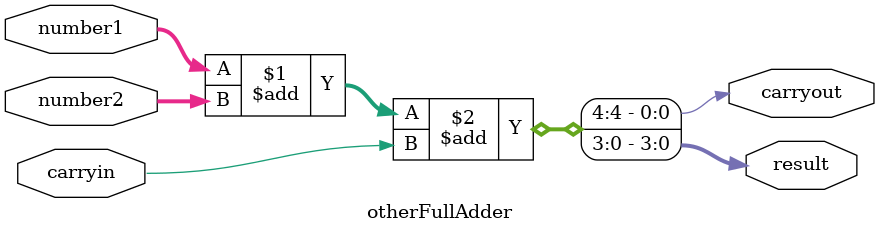
<source format=sv>
/* Somador 4 bits por fluxo de dados com operadores aritméticos e de concatenação/replicação */


module otherFullAdder (
    input logic [3:0] number1, number2, 
    input logic carryin, 
    output logic [3:0] result, 
    output logic carryout
);

    // O conjunto de carryout e result
    assign {carryout, result} = number1 + number2 + carryin;

endmodule: otherFullAdder
</source>
